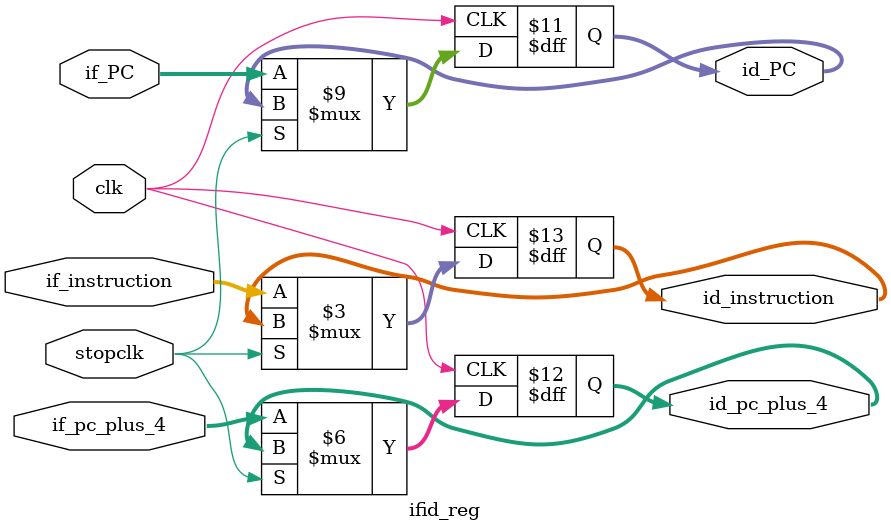
<source format=v>


module ifid_reg #(
  parameter DATA_WIDTH = 32
)(
  // TODO: Add flush or stall signal if it is needed

  //////////////////////////////////////
  // Inputs
  //////////////////////////////////////
  input clk,

  input stopclk,  //추가

  input [DATA_WIDTH-1:0] if_PC,
  input [DATA_WIDTH-1:0] if_pc_plus_4,
  input [DATA_WIDTH-1:0] if_instruction,

  //////////////////////////////////////
  // Outputs
  //////////////////////////////////////
  output reg [DATA_WIDTH-1:0] id_PC,
  output reg [DATA_WIDTH-1:0] id_pc_plus_4,
  output reg [DATA_WIDTH-1:0] id_instruction
);

// TODO: Implement IF/ID pipeline register module

  always@(posedge clk) begin
    casex(stopclk)
      1'b1: begin
        id_PC <= id_PC;
        id_pc_plus_4 <= id_pc_plus_4;
        id_instruction <=id_instruction;
      end
      default: begin
        id_PC <= if_PC;
        id_pc_plus_4 <= if_pc_plus_4;
        id_instruction <=if_instruction;
      end
    endcase
  end

  // always@(posedge clk) begin
  //   if(!stopclk) begin
  //     id_PC <= if_PC;
  //     id_pc_plus_4 <= if_pc_plus_4;
  //     id_instruction <=if_instruction;
  //   end
  //   else begin  //latching
  //     id_PC <= id_PC;
  //     id_pc_plus_4 <= id_pc_plus_4;
  //     id_instruction <=id_instruction;
  //   end
  // end

  // always@(posedge clk) begin
  //   id_PC <= if_PC;
  //   id_pc_plus_4 <= if_pc_plus_4;
  //   id_instruction <=if_instruction;
  // end

endmodule

</source>
